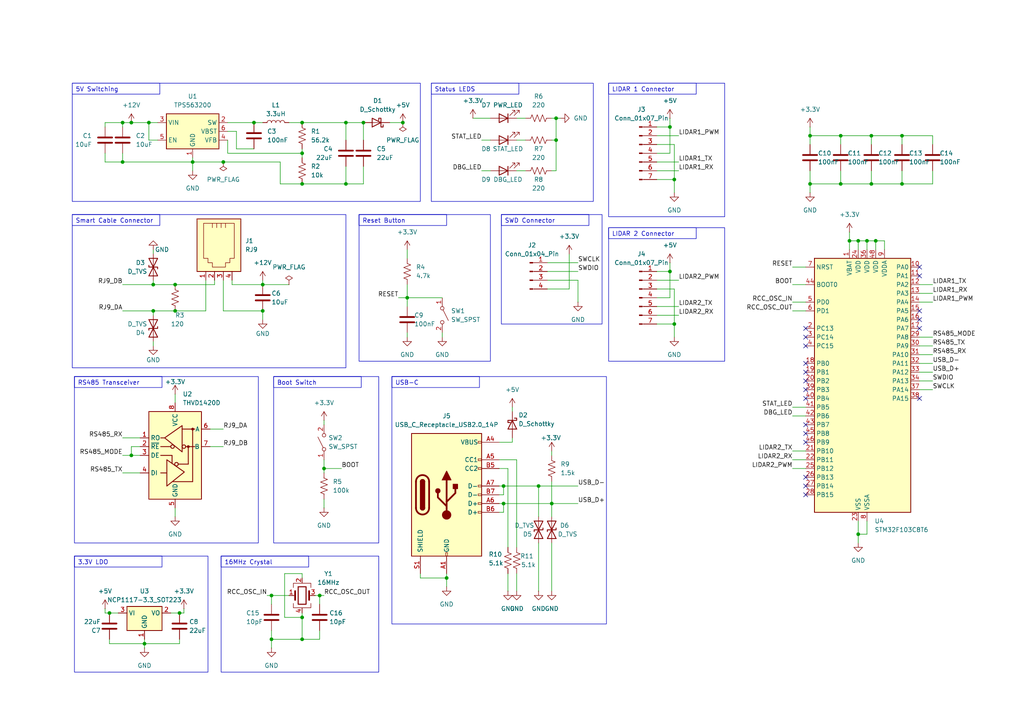
<source format=kicad_sch>
(kicad_sch (version 20231120) (generator "eeschema") (generator_version "8.0")
  (paper "A4")
  (junction (at 100.33 35.56))
  (junction (at 252.73 53.34))
  (junction (at 195.58 52.07))
  (junction (at 129.54 167.64))
  (junction (at 93.98 135.89))
  (junction (at 194.31 78.74))
  (junction (at 246.38 69.85))
  (junction (at 248.92 154.94))
  (junction (at 92.71 172.72))
  (junction (at 146.05 146.05))
  (junction (at 35.56 46.99))
  (junction (at 41.91 186.69))
  (junction (at 73.66 35.56))
  (junction (at 87.63 179.07))
  (junction (at 64.77 46.99))
  (junction (at 50.8 82.55))
  (junction (at 76.2 90.17))
  (junction (at 118.11 86.36))
  (junction (at 87.63 35.56))
  (junction (at 44.45 90.17))
  (junction (at 31.75 177.8))
  (junction (at 87.63 53.34))
  (junction (at 78.74 172.72))
  (junction (at 251.46 69.85))
  (junction (at 248.92 69.85))
  (junction (at 254 69.85))
  (junction (at 146.05 140.97))
  (junction (at 243.84 39.37))
  (junction (at 43.18 35.56))
  (junction (at 261.62 39.37))
  (junction (at 100.33 53.34))
  (junction (at 105.41 35.56))
  (junction (at 38.1 132.08))
  (junction (at 35.56 35.56))
  (junction (at 116.84 35.56))
  (junction (at 38.1 35.56))
  (junction (at 161.29 34.29))
  (junction (at 44.45 82.55))
  (junction (at 50.8 90.17))
  (junction (at 87.63 185.42))
  (junction (at 195.58 93.98))
  (junction (at 161.29 40.64))
  (junction (at 234.95 53.34))
  (junction (at 243.84 53.34))
  (junction (at 160.02 146.05))
  (junction (at 76.2 82.55))
  (junction (at 55.88 46.99))
  (junction (at 234.95 39.37))
  (junction (at 87.63 44.45))
  (junction (at 78.74 185.42))
  (junction (at 194.31 36.83))
  (junction (at 52.07 177.8))
  (junction (at 156.21 140.97))
  (junction (at 252.73 39.37))
  (junction (at 261.62 53.34))
  (no_connect (at 233.68 123.19))
  (no_connect (at 233.68 107.95))
  (no_connect (at 233.68 143.51))
  (no_connect (at 266.7 92.71))
  (no_connect (at 266.7 77.47))
  (no_connect (at 233.68 110.49))
  (no_connect (at 266.7 95.25))
  (no_connect (at 266.7 90.17))
  (no_connect (at 266.7 115.57))
  (no_connect (at 233.68 95.25))
  (no_connect (at 233.68 113.03))
  (no_connect (at 233.68 128.27))
  (no_connect (at 233.68 100.33))
  (no_connect (at 233.68 115.57))
  (no_connect (at 233.68 140.97))
  (no_connect (at 233.68 97.79))
  (no_connect (at 233.68 138.43))
  (no_connect (at 233.68 105.41))
  (no_connect (at 266.7 80.01))
  (no_connect (at 233.68 125.73))
  (wire (pts (xy 270.51 53.34) (xy 270.51 49.53)))
  (wire (pts (xy 87.63 179.07) (xy 87.63 177.8)))
  (wire (pts (xy 248.92 154.94) (xy 248.92 157.48)))
  (wire (pts (xy 243.84 53.34) (xy 252.73 53.34)))
  (wire (pts (xy 100.33 53.34) (xy 87.63 53.34)))
  (wire (pts (xy 160.02 146.05) (xy 167.64 146.05)))
  (wire (pts (xy 99.06 135.89) (xy 93.98 135.89)))
  (wire (pts (xy 234.95 41.91) (xy 234.95 39.37)))
  (wire (pts (xy 44.45 72.39) (xy 44.45 73.66)))
  (wire (pts (xy 167.64 81.28) (xy 158.75 81.28)))
  (wire (pts (xy 252.73 49.53) (xy 252.73 53.34)))
  (wire (pts (xy 92.71 185.42) (xy 87.63 185.42)))
  (wire (pts (xy 146.05 143.51) (xy 146.05 140.97)))
  (wire (pts (xy 248.92 69.85) (xy 248.92 72.39)))
  (wire (pts (xy 229.87 82.55) (xy 233.68 82.55)))
  (wire (pts (xy 41.91 187.96) (xy 41.91 186.69)))
  (wire (pts (xy 266.7 87.63) (xy 270.51 87.63)))
  (wire (pts (xy 261.62 53.34) (xy 270.51 53.34)))
  (wire (pts (xy 43.18 35.56) (xy 45.72 35.56)))
  (wire (pts (xy 160.02 139.7) (xy 160.02 146.05)))
  (wire (pts (xy 234.95 53.34) (xy 243.84 53.34)))
  (wire (pts (xy 100.33 35.56) (xy 100.33 40.64)))
  (wire (pts (xy 139.7 49.53) (xy 142.24 49.53)))
  (wire (pts (xy 87.63 44.45) (xy 87.63 45.72)))
  (wire (pts (xy 190.5 49.53) (xy 196.85 49.53)))
  (wire (pts (xy 30.48 44.45) (xy 30.48 46.99)))
  (wire (pts (xy 251.46 151.13) (xy 251.46 154.94)))
  (wire (pts (xy 148.59 127) (xy 148.59 128.27)))
  (wire (pts (xy 194.31 78.74) (xy 194.31 86.36)))
  (wire (pts (xy 44.45 82.55) (xy 50.8 82.55)))
  (wire (pts (xy 35.56 137.16) (xy 40.64 137.16)))
  (wire (pts (xy 78.74 172.72) (xy 83.82 172.72)))
  (wire (pts (xy 82.55 179.07) (xy 87.63 179.07)))
  (wire (pts (xy 30.48 35.56) (xy 35.56 35.56)))
  (wire (pts (xy 243.84 39.37) (xy 243.84 41.91)))
  (wire (pts (xy 38.1 132.08) (xy 40.64 132.08)))
  (wire (pts (xy 35.56 35.56) (xy 35.56 36.83)))
  (wire (pts (xy 62.23 81.28) (xy 62.23 82.55)))
  (wire (pts (xy 146.05 148.59) (xy 146.05 146.05)))
  (wire (pts (xy 93.98 133.35) (xy 93.98 135.89)))
  (wire (pts (xy 53.34 176.53) (xy 53.34 177.8)))
  (wire (pts (xy 35.56 132.08) (xy 38.1 132.08)))
  (wire (pts (xy 261.62 39.37) (xy 261.62 41.91)))
  (wire (pts (xy 43.18 40.64) (xy 43.18 35.56)))
  (wire (pts (xy 190.5 39.37) (xy 196.85 39.37)))
  (wire (pts (xy 149.86 166.37) (xy 149.86 171.45)))
  (wire (pts (xy 234.95 36.83) (xy 234.95 39.37)))
  (wire (pts (xy 243.84 39.37) (xy 252.73 39.37)))
  (wire (pts (xy 78.74 182.88) (xy 78.74 185.42)))
  (wire (pts (xy 121.92 166.37) (xy 121.92 167.64)))
  (wire (pts (xy 45.72 40.64) (xy 43.18 40.64)))
  (wire (pts (xy 190.5 52.07) (xy 195.58 52.07)))
  (wire (pts (xy 161.29 34.29) (xy 162.56 34.29)))
  (wire (pts (xy 266.7 85.09) (xy 270.51 85.09)))
  (wire (pts (xy 243.84 49.53) (xy 243.84 53.34)))
  (wire (pts (xy 30.48 46.99) (xy 35.56 46.99)))
  (wire (pts (xy 147.32 166.37) (xy 147.32 171.45)))
  (wire (pts (xy 190.5 91.44) (xy 196.85 91.44)))
  (wire (pts (xy 128.27 96.52) (xy 128.27 97.79)))
  (wire (pts (xy 52.07 186.69) (xy 41.91 186.69)))
  (wire (pts (xy 252.73 39.37) (xy 252.73 41.91)))
  (wire (pts (xy 30.48 176.53) (xy 30.48 177.8)))
  (wire (pts (xy 38.1 35.56) (xy 43.18 35.56)))
  (wire (pts (xy 129.54 166.37) (xy 129.54 167.64)))
  (wire (pts (xy 160.02 157.48) (xy 160.02 171.45)))
  (wire (pts (xy 158.75 76.2) (xy 167.64 76.2)))
  (wire (pts (xy 68.58 38.1) (xy 68.58 43.18)))
  (wire (pts (xy 121.92 167.64) (xy 129.54 167.64)))
  (wire (pts (xy 146.05 140.97) (xy 156.21 140.97)))
  (wire (pts (xy 229.87 87.63) (xy 233.68 87.63)))
  (wire (pts (xy 195.58 41.91) (xy 190.5 41.91)))
  (wire (pts (xy 195.58 93.98) (xy 195.58 83.82)))
  (wire (pts (xy 254 69.85) (xy 254 72.39)))
  (wire (pts (xy 147.32 135.89) (xy 147.32 158.75)))
  (wire (pts (xy 68.58 43.18) (xy 73.66 43.18)))
  (wire (pts (xy 229.87 118.11) (xy 233.68 118.11)))
  (wire (pts (xy 100.33 35.56) (xy 105.41 35.56)))
  (wire (pts (xy 161.29 34.29) (xy 161.29 40.64)))
  (wire (pts (xy 44.45 100.33) (xy 44.45 99.06)))
  (wire (pts (xy 266.7 110.49) (xy 270.51 110.49)))
  (wire (pts (xy 146.05 146.05) (xy 160.02 146.05)))
  (wire (pts (xy 44.45 81.28) (xy 44.45 82.55)))
  (wire (pts (xy 118.11 86.36) (xy 128.27 86.36)))
  (wire (pts (xy 248.92 69.85) (xy 246.38 69.85)))
  (wire (pts (xy 92.71 172.72) (xy 92.71 175.26)))
  (wire (pts (xy 35.56 82.55) (xy 44.45 82.55)))
  (wire (pts (xy 35.56 35.56) (xy 38.1 35.56)))
  (wire (pts (xy 76.2 81.28) (xy 76.2 82.55)))
  (wire (pts (xy 156.21 140.97) (xy 156.21 149.86)))
  (wire (pts (xy 105.41 48.26) (xy 105.41 53.34)))
  (wire (pts (xy 251.46 69.85) (xy 251.46 72.39)))
  (wire (pts (xy 161.29 40.64) (xy 161.29 49.53)))
  (wire (pts (xy 167.64 87.63) (xy 167.64 81.28)))
  (wire (pts (xy 195.58 83.82) (xy 190.5 83.82)))
  (wire (pts (xy 246.38 67.31) (xy 246.38 69.85)))
  (wire (pts (xy 251.46 69.85) (xy 248.92 69.85)))
  (wire (pts (xy 144.78 133.35) (xy 149.86 133.35)))
  (wire (pts (xy 93.98 172.72) (xy 92.71 172.72)))
  (wire (pts (xy 118.11 97.79) (xy 118.11 96.52)))
  (wire (pts (xy 195.58 52.07) (xy 195.58 41.91)))
  (wire (pts (xy 251.46 154.94) (xy 248.92 154.94)))
  (wire (pts (xy 254 69.85) (xy 251.46 69.85)))
  (wire (pts (xy 234.95 39.37) (xy 243.84 39.37)))
  (wire (pts (xy 266.7 105.41) (xy 270.51 105.41)))
  (wire (pts (xy 87.63 166.37) (xy 87.63 167.64)))
  (wire (pts (xy 30.48 35.56) (xy 30.48 36.83)))
  (wire (pts (xy 93.98 147.32) (xy 93.98 144.78)))
  (wire (pts (xy 76.2 92.71) (xy 76.2 90.17)))
  (wire (pts (xy 105.41 53.34) (xy 100.33 53.34)))
  (wire (pts (xy 194.31 34.29) (xy 194.31 36.83)))
  (wire (pts (xy 190.5 93.98) (xy 195.58 93.98)))
  (wire (pts (xy 165.1 73.66) (xy 165.1 83.82)))
  (wire (pts (xy 81.28 53.34) (xy 87.63 53.34)))
  (wire (pts (xy 266.7 97.79) (xy 270.51 97.79)))
  (wire (pts (xy 50.8 82.55) (xy 62.23 82.55)))
  (wire (pts (xy 229.87 135.89) (xy 233.68 135.89)))
  (wire (pts (xy 158.75 78.74) (xy 167.64 78.74)))
  (wire (pts (xy 261.62 49.53) (xy 261.62 53.34)))
  (wire (pts (xy 66.04 38.1) (xy 68.58 38.1)))
  (wire (pts (xy 149.86 40.64) (xy 152.4 40.64)))
  (wire (pts (xy 100.33 48.26) (xy 100.33 53.34)))
  (wire (pts (xy 115.57 86.36) (xy 118.11 86.36)))
  (wire (pts (xy 64.77 81.28) (xy 64.77 90.17)))
  (wire (pts (xy 66.04 35.56) (xy 73.66 35.56)))
  (wire (pts (xy 52.07 177.8) (xy 49.53 177.8)))
  (wire (pts (xy 67.31 81.28) (xy 67.31 82.55)))
  (wire (pts (xy 50.8 149.86) (xy 50.8 147.32)))
  (wire (pts (xy 160.02 146.05) (xy 160.02 149.86)))
  (wire (pts (xy 87.63 43.18) (xy 87.63 44.45)))
  (wire (pts (xy 190.5 44.45) (xy 194.31 44.45)))
  (wire (pts (xy 59.69 81.28) (xy 59.69 90.17)))
  (wire (pts (xy 149.86 49.53) (xy 152.4 49.53)))
  (wire (pts (xy 113.03 35.56) (xy 116.84 35.56)))
  (wire (pts (xy 64.77 46.99) (xy 81.28 46.99)))
  (wire (pts (xy 30.48 177.8) (xy 31.75 177.8)))
  (wire (pts (xy 87.63 44.45) (xy 66.04 44.45)))
  (wire (pts (xy 64.77 90.17) (xy 76.2 90.17)))
  (wire (pts (xy 66.04 44.45) (xy 66.04 40.64)))
  (wire (pts (xy 252.73 39.37) (xy 261.62 39.37)))
  (wire (pts (xy 87.63 166.37) (xy 82.55 166.37)))
  (wire (pts (xy 195.58 55.88) (xy 195.58 52.07)))
  (wire (pts (xy 195.58 97.79) (xy 195.58 93.98)))
  (wire (pts (xy 60.96 124.46) (xy 64.77 124.46)))
  (wire (pts (xy 194.31 36.83) (xy 194.31 44.45)))
  (wire (pts (xy 35.56 127) (xy 40.64 127)))
  (wire (pts (xy 81.28 46.99) (xy 81.28 53.34)))
  (wire (pts (xy 31.75 186.69) (xy 41.91 186.69)))
  (wire (pts (xy 118.11 82.55) (xy 118.11 86.36)))
  (wire (pts (xy 160.02 49.53) (xy 161.29 49.53)))
  (wire (pts (xy 50.8 90.17) (xy 59.69 90.17)))
  (wire (pts (xy 93.98 135.89) (xy 93.98 137.16)))
  (wire (pts (xy 78.74 185.42) (xy 78.74 187.96)))
  (wire (pts (xy 83.82 82.55) (xy 76.2 82.55)))
  (wire (pts (xy 194.31 78.74) (xy 190.5 78.74)))
  (wire (pts (xy 194.31 36.83) (xy 190.5 36.83)))
  (wire (pts (xy 60.96 129.54) (xy 64.77 129.54)))
  (wire (pts (xy 93.98 121.92) (xy 93.98 123.19)))
  (wire (pts (xy 91.44 172.72) (xy 92.71 172.72)))
  (wire (pts (xy 83.82 35.56) (xy 87.63 35.56)))
  (wire (pts (xy 35.56 46.99) (xy 55.88 46.99)))
  (wire (pts (xy 149.86 133.35) (xy 149.86 158.75)))
  (wire (pts (xy 229.87 120.65) (xy 233.68 120.65)))
  (wire (pts (xy 165.1 83.82) (xy 158.75 83.82)))
  (wire (pts (xy 31.75 177.8) (xy 34.29 177.8)))
  (wire (pts (xy 82.55 166.37) (xy 82.55 179.07)))
  (wire (pts (xy 144.78 140.97) (xy 146.05 140.97)))
  (wire (pts (xy 77.47 172.72) (xy 78.74 172.72)))
  (wire (pts (xy 35.56 44.45) (xy 35.56 46.99)))
  (wire (pts (xy 44.45 90.17) (xy 50.8 90.17)))
  (wire (pts (xy 105.41 35.56) (xy 105.41 40.64)))
  (wire (pts (xy 229.87 90.17) (xy 233.68 90.17)))
  (wire (pts (xy 266.7 107.95) (xy 270.51 107.95)))
  (wire (pts (xy 156.21 157.48) (xy 156.21 171.45)))
  (wire (pts (xy 229.87 130.81) (xy 233.68 130.81)))
  (wire (pts (xy 35.56 90.17) (xy 44.45 90.17)))
  (wire (pts (xy 229.87 77.47) (xy 233.68 77.47)))
  (wire (pts (xy 118.11 88.9) (xy 118.11 86.36)))
  (wire (pts (xy 261.62 39.37) (xy 270.51 39.37)))
  (wire (pts (xy 252.73 53.34) (xy 261.62 53.34)))
  (wire (pts (xy 137.16 34.29) (xy 142.24 34.29)))
  (wire (pts (xy 234.95 53.34) (xy 234.95 55.88)))
  (wire (pts (xy 78.74 172.72) (xy 78.74 175.26)))
  (wire (pts (xy 76.2 35.56) (xy 73.66 35.56)))
  (wire (pts (xy 160.02 40.64) (xy 161.29 40.64)))
  (wire (pts (xy 129.54 167.64) (xy 129.54 170.18)))
  (wire (pts (xy 148.59 128.27) (xy 144.78 128.27)))
  (wire (pts (xy 270.51 41.91) (xy 270.51 39.37)))
  (wire (pts (xy 67.31 82.55) (xy 76.2 82.55)))
  (wire (pts (xy 248.92 151.13) (xy 248.92 154.94)))
  (wire (pts (xy 229.87 133.35) (xy 233.68 133.35)))
  (wire (pts (xy 50.8 114.3) (xy 50.8 116.84)))
  (wire (pts (xy 266.7 82.55) (xy 270.51 82.55)))
  (wire (pts (xy 160.02 34.29) (xy 161.29 34.29)))
  (wire (pts (xy 55.88 45.72) (xy 55.88 46.99)))
  (wire (pts (xy 144.78 146.05) (xy 146.05 146.05)))
  (wire (pts (xy 266.7 113.03) (xy 270.51 113.03)))
  (wire (pts (xy 144.78 148.59) (xy 146.05 148.59)))
  (wire (pts (xy 190.5 46.99) (xy 196.85 46.99)))
  (wire (pts (xy 139.7 40.64) (xy 142.24 40.64)))
  (wire (pts (xy 144.78 143.51) (xy 146.05 143.51)))
  (wire (pts (xy 52.07 185.42) (xy 52.07 186.69)))
  (wire (pts (xy 148.59 118.11) (xy 148.59 119.38)))
  (wire (pts (xy 55.88 46.99) (xy 64.77 46.99)))
  (wire (pts (xy 55.88 49.53) (xy 55.88 46.99)))
  (wire (pts (xy 87.63 179.07) (xy 87.63 185.42)))
  (wire (pts (xy 256.54 69.85) (xy 254 69.85)))
  (wire (pts (xy 160.02 130.81) (xy 160.02 132.08)))
  (wire (pts (xy 246.38 69.85) (xy 246.38 72.39)))
  (wire (pts (xy 190.5 81.28) (xy 196.85 81.28)))
  (wire (pts (xy 41.91 186.69) (xy 41.91 185.42)))
  (wire (pts (xy 194.31 76.2) (xy 194.31 78.74)))
  (wire (pts (xy 87.63 185.42) (xy 78.74 185.42)))
  (wire (pts (xy 31.75 185.42) (xy 31.75 186.69)))
  (wire (pts (xy 234.95 49.53) (xy 234.95 53.34)))
  (wire (pts (xy 118.11 74.93) (xy 118.11 72.39)))
  (wire (pts (xy 38.1 129.54) (xy 38.1 132.08)))
  (wire (pts (xy 44.45 91.44) (xy 44.45 90.17)))
  (wire (pts (xy 266.7 102.87) (xy 270.51 102.87)))
  (wire (pts (xy 190.5 86.36) (xy 194.31 86.36)))
  (wire (pts (xy 144.78 135.89) (xy 147.32 135.89)))
  (wire (pts (xy 40.64 129.54) (xy 38.1 129.54)))
  (wire (pts (xy 190.5 88.9) (xy 196.85 88.9)))
  (wire (pts (xy 266.7 100.33) (xy 270.51 100.33)))
  (wire (pts (xy 149.86 34.29) (xy 152.4 34.29)))
  (wire (pts (xy 256.54 72.39) (xy 256.54 69.85)))
  (wire (pts (xy 87.63 35.56) (xy 100.33 35.56)))
  (wire (pts (xy 92.71 182.88) (xy 92.71 185.42)))
  (wire (pts (xy 156.21 140.97) (xy 167.64 140.97)))
  (wire (pts (xy 53.34 177.8) (xy 52.07 177.8)))
  (rectangle (start 104.14 62.23) (end 142.24 104.775))
  (rectangle (start 20.955 24.13) (end 121.92 58.42))
  (rectangle (start 176.53 24.13) (end 210.185 62.865))
  (rectangle (start 176.53 66.04) (end 210.185 104.775))
  (rectangle (start 64.135 161.29) (end 109.855 194.945))
  (rectangle (start 125.095 24.13) (end 172.085 58.42))
  (rectangle (start 20.955 62.23) (end 100.33 106.68))
  (rectangle (start 79.375 109.22) (end 109.855 157.48))
  (rectangle (start 145.415 62.23) (end 174.625 93.98))
  (rectangle (start 21.59 109.22) (end 74.93 157.48))
  (rectangle (start 21.59 161.29) (end 60.325 194.945))
  (rectangle (start 113.665 109.22) (end 175.895 180.975))
  (text_box "16MHz Crystal" (at 64.135 161.29 0) (size 25.4 3.175) (effects (font (size 1.27 1.27)) (justify left top)))
  (text_box "5V Switching" (at 20.955 24.13 0) (size 25.4 3.175) (effects (font (size 1.27 1.27)) (justify left top)))
  (text_box "RS485 Transceiver" (at 21.59 109.22 0) (size 25.4 3.175) (effects (font (size 1.27 1.27)) (justify left top)))
  (text_box "Boot Switch" (at 79.375 109.22 0) (size 25.4 3.175) (effects (font (size 1.27 1.27)) (justify left top)))
  (text_box "USB-C\n" (at 113.665 109.22 0) (size 25.4 3.175) (effects (font (size 1.27 1.27)) (justify left top)))
  (text_box "LIDAR 1 Connector" (at 176.53 24.13 0) (size 25.4 3.175) (effects (font (size 1.27 1.27)) (justify left top)))
  (text_box "SWD Connector\n" (at 145.415 62.23 0) (size 25.4 3.175) (effects (font (size 1.27 1.27)) (justify left top)))
  (text_box "Reset Button\n" (at 104.14 62.23 0) (size 25.4 3.175) (effects (font (size 1.27 1.27)) (justify left top)))
  (text_box "3.3V LDO" (at 21.59 161.29 0) (size 25.4 3.175) (effects (font (size 1.27 1.27)) (justify left top)))
  (text_box "Smart Cable Connector" (at 20.955 62.23 0) (size 25.4 3.175) (effects (font (size 1.27 1.27)) (justify left top)))
  (text_box "LIDAR 2 Connector" (at 176.53 66.04 0) (size 25.4 3.175) (effects (font (size 1.27 1.27)) (justify left top)))
  (text_box "Status LEDS" (at 125.095 24.13 0) (size 25.4 3.175) (effects (font (size 1.27 1.27)) (justify left top)))
  (label "RS485_RX" (at 35.56 127 180))
  (label "LIDAR2_PWM" (at 196.85 81.28 0))
  (label "RESET" (at 115.57 86.36 180))
  (label "RCC_OSC_IN" (at 77.47 172.72 180))
  (label "LIDAR2_RX" (at 196.85 91.44 0))
  (label "USB_D+" (at 167.64 146.05 0))
  (label "USB_D-" (at 270.51 105.41 0))
  (label "LIDAR1_RX" (at 270.51 85.09 0))
  (label "DBG_LED" (at 229.87 120.65 180))
  (label "RJ9_DA" (at 35.56 90.17 180))
  (label "LIDAR1_TX" (at 270.51 82.55 0))
  (label "BOOT" (at 229.87 82.55 180))
  (label "RS485_TX" (at 270.51 100.33 0))
  (label "RJ9_DA" (at 64.77 124.46 0))
  (label "SWDIO" (at 270.51 110.49 0))
  (label "DBG_LED" (at 139.7 49.53 180))
  (label "RS485_MODE" (at 35.56 132.08 180))
  (label "RJ9_DB" (at 64.77 129.54 0))
  (label "STAT_LED" (at 229.87 118.11 180))
  (label "RS485_RX" (at 270.51 102.87 0))
  (label "LIDAR2_PWM" (at 229.87 135.89 180))
  (label "LIDAR2_TX" (at 196.85 88.9 0))
  (label "RCC_OSC_IN" (at 229.87 87.63 180))
  (label "RJ9_DB" (at 35.56 82.55 180))
  (label "RCC_OSC_OUT" (at 229.87 90.17 180))
  (label "BOOT" (at 99.06 135.89 0))
  (label "SWDIO" (at 167.64 78.74 0))
  (label "LIDAR1_PWM" (at 270.51 87.63 0))
  (label "LIDAR2_RX" (at 229.87 133.35 180))
  (label "STAT_LED" (at 139.7 40.64 180))
  (label "RS485_MODE" (at 270.51 97.79 0))
  (label "USB_D+" (at 270.51 107.95 0))
  (label "LIDAR1_TX" (at 196.85 46.99 0))
  (label "SWCLK" (at 167.64 76.2 0))
  (label "RESET" (at 229.87 77.47 180))
  (label "LIDAR2_TX" (at 229.87 130.81 180))
  (label "SWCLK" (at 270.51 113.03 0))
  (label "LIDAR1_RX" (at 196.85 49.53 0))
  (label "USB_D-" (at 167.64 140.97 0))
  (label "LIDAR1_PWM" (at 196.85 39.37 0))
  (label "RCC_OSC_OUT" (at 93.98 172.72 0))
  (label "RS485_TX" (at 35.56 137.16 180))
  (symbol (lib_id "Device:C") (at 234.95 45.72 0) (unit 1)
    (property "Reference" "C10" (at 237.236 44.45 0) (effects (justify left)))
    (property "Value" "100nF" (at 237.236 46.99 0) (effects (justify left)))
    (property "Footprint" "Capacitor_SMD:C_0805_2012Metric_Pad1.18x1.45mm_HandSolder" (effects (hide yes)))
    (property "Description" "Unpolarized capacitor" (effects (hide yes)))
  )
  (symbol (lib_id "power:GND") (at 162.56 34.29 90) (unit 1)
    (property "Reference" "#PWR027" (effects (hide yes)))
    (property "Value" "GND" (at 166.37 34.2899 90) (effects (justify right)))
  )
  (symbol (lib_id "power:+5V") (at 30.48 176.53 0) (unit 1)
    (property "Reference" "#PWR01" (effects (hide yes)))
    (property "Value" "+5V" (at 30.48 171.45 0))
    (property "Description" "Power symbol creates a global label with name \"+5V\"" (effects (hide yes)))
  )
  (symbol (lib_id "power:GND") (at 156.21 171.45 0) (unit 1)
    (property "Reference" "#PWR024" (effects (hide yes)))
    (property "Value" "GND" (at 156.21 176.53 0))
    (property "Description" "Power symbol creates a global label with name \"GND\" , ground" (effects (hide yes)))
  )
  (symbol (lib_id "Device:C") (at 78.74 179.07 0) (unit 1)
    (property "Reference" "C15" (at 71.374 177.8 0) (effects (justify left)))
    (property "Value" "10pF" (at 71.374 180.34 0) (effects (justify left)))
    (property "Footprint" "Capacitor_SMD:C_0805_2012Metric_Pad1.18x1.45mm_HandSolder" (effects (hide yes)))
    (property "Description" "Unpolarized capacitor" (effects (hide yes)))
  )
  (symbol (lib_id "Device:R_US") (at 149.86 162.56 0) (unit 1)
    (property "Reference" "R11" (at 150.876 161.29 0) (effects (justify left)))
    (property "Value" "5.1k" (at 151.13 163.83 0) (effects (justify left)))
    (property "Footprint" "Resistor_SMD:R_0805_2012Metric_Pad1.20x1.40mm_HandSolder" (effects (hide yes)))
    (property "Description" "Resistor, US symbol" (effects (hide yes)))
  )
  (symbol (lib_id "power:+5V") (at 116.84 35.56 0) (unit 1)
    (property "Reference" "#PWR015" (effects (hide yes)))
    (property "Value" "+5V" (at 116.84 30.48 0))
    (property "Description" "Power symbol creates a global label with name \"+5V\"" (effects (hide yes)))
  )
  (symbol (lib_id "Device:C") (at 252.73 45.72 0) (unit 1)
    (property "Reference" "C12" (at 254.762 44.45 0) (effects (justify left)))
    (property "Value" "100nF" (at 254.762 46.99 0) (effects (justify left)))
    (property "Footprint" "Capacitor_SMD:C_0805_2012Metric_Pad1.18x1.45mm_HandSolder" (effects (hide yes)))
    (property "Description" "Unpolarized capacitor" (effects (hide yes)))
  )
  (symbol (lib_id "power:GND") (at 118.11 97.79 0) (unit 1)
    (property "Reference" "#PWR017" (effects (hide yes)))
    (property "Value" "GND" (at 118.11 102.87 0))
    (property "Description" "Power symbol creates a global label with name \"GND\" , ground" (effects (hide yes)))
  )
  (symbol (lib_name "+3.3V_1") (lib_id "power:+3.3V") (at 53.34 176.53 0) (unit 1)
    (property "Reference" "#PWR08" (effects (hide yes)))
    (property "Value" "+3.3V" (at 53.34 171.45 0))
    (property "Description" "Power symbol creates a global label with name \"+3.3V\"" (effects (hide yes)))
  )
  (symbol (lib_id "Device:D_Schottky") (at 148.59 123.19 270) (unit 1)
    (property "Reference" "D2" (at 150.368 120.396 90) (effects (justify left)))
    (property "Value" "D_Schottky" (at 150.368 122.936 90) (effects (justify left)))
    (property "Footprint" "Diode_SMD:D_0805_2012Metric_Pad1.15x1.40mm_HandSolder" (effects (hide yes)))
  )
  (symbol (lib_name "+3.3V_1") (lib_id "power:+3.3V") (at 93.98 121.92 0) (unit 1)
    (property "Reference" "#PWR013" (effects (hide yes)))
    (property "Value" "+3.3V" (at 93.98 116.84 0))
    (property "Description" "Power symbol creates a global label with name \"+3.3V\"" (effects (hide yes)))
  )
  (symbol (lib_id "power:+5V") (at 194.31 34.29 0) (unit 1)
    (property "Reference" "#PWR030" (effects (hide yes)))
    (property "Value" "+5V" (at 194.31 29.21 0))
    (property "Description" "Power symbol creates a global label with name \"+5V\"" (effects (hide yes)))
  )
  (symbol (lib_id "Connector:Conn_01x04_Pin") (at 153.67 78.74 0) (unit 1)
    (property "Reference" "J2" (at 154.305 71.12 0))
    (property "Value" "Conn_01x04_Pin" (at 154.305 73.66 0))
    (property "Footprint" "Connector_PinSocket_2.54mm:PinSocket_1x04_P2.54mm_Vertical" (effects (hide yes)))
    (property "Description" "Generic connector, single row, 01x04, script generated" (effects (hide yes)))
  )
  (symbol (lib_id "power:GND") (at 55.88 49.53 0) (unit 1)
    (property "Reference" "#PWR09" (effects (hide yes)))
    (property "Value" "GND" (at 55.88 54.61 0))
    (property "Description" "Power symbol creates a global label with name \"GND\" , ground" (effects (hide yes)))
  )
  (symbol (lib_id "Device:R_US") (at 118.11 78.74 0) (unit 1)
    (property "Reference" "R4" (at 120.65 77.4699 0) (effects (justify left)))
    (property "Value" "4.7k" (at 120.65 80.0099 0) (effects (justify left)))
    (property "Footprint" "Resistor_SMD:R_0805_2012Metric_Pad1.20x1.40mm_HandSolder" (effects (hide yes)))
    (property "Description" "Resistor, US symbol" (effects (hide yes)))
  )
  (symbol (lib_id "Device:C") (at 35.56 40.64 0) (unit 1)
    (property "Reference" "C2" (at 39.37 39.3699 0) (effects (justify left)))
    (property "Value" "10uF" (at 39.37 41.9099 0) (effects (justify left)))
    (property "Footprint" "Capacitor_SMD:C_0805_2012Metric_Pad1.18x1.45mm_HandSolder" (effects (hide yes)))
    (property "Description" "Unpolarized capacitor" (effects (hide yes)))
  )
  (symbol (lib_id "power:GND") (at 44.45 100.33 0) (unit 1)
    (property "Reference" "#PWR05" (effects (hide yes)))
    (property "Value" "GND" (at 44.45 104.394 0))
  )
  (symbol (lib_id "Device:R_US") (at 50.8 86.36 0) (unit 1)
    (property "Reference" "R3" (at 50.8 91.44 0) (effects (justify left)))
    (property "Value" "120" (at 49.53 93.98 0) (effects (justify left)))
    (property "Footprint" "Resistor_SMD:R_0805_2012Metric_Pad1.20x1.40mm_HandSolder" (effects (hide yes)))
  )
  (symbol (lib_id "Device:C") (at 73.66 39.37 0) (unit 1)
    (property "Reference" "C3" (at 77.47 38.0999 0) (effects (justify left)))
    (property "Value" "100nF" (at 77.47 40.6399 0) (effects (justify left)))
    (property "Footprint" "Capacitor_SMD:C_0805_2012Metric_Pad1.18x1.45mm_HandSolder" (effects (hide yes)))
    (property "Description" "Unpolarized capacitor" (effects (hide yes)))
  )
  (symbol (lib_id "Connector:Conn_01x07_Pin") (at 185.42 44.45 0) (unit 1)
    (property "Reference" "J3" (at 186.055 31.75 0))
    (property "Value" "Conn_01x07_Pin" (at 186.055 34.29 0))
    (property "Footprint" "Connector_Molex:Molex_PicoBlade_53261-0771_1x07-1MP_P1.25mm_Horizontal" (effects (hide yes)))
    (property "Description" "Generic connector, single row, 01x07, script generated" (effects (hide yes)))
  )
  (symbol (lib_id "power:GND") (at 129.54 170.18 0) (unit 1)
    (property "Reference" "#PWR019" (effects (hide yes)))
    (property "Value" "GND" (at 129.54 175.26 0))
    (property "Description" "Power symbol creates a global label with name \"GND\" , ground" (effects (hide yes)))
  )
  (symbol (lib_id "power:GND") (at 93.98 147.32 0) (unit 1)
    (property "Reference" "#PWR014" (effects (hide yes)))
    (property "Value" "GND" (at 93.98 152.4 0))
    (property "Description" "Power symbol creates a global label with name \"GND\" , ground" (effects (hide yes)))
  )
  (symbol (lib_id "power:+5V") (at 148.59 118.11 0) (unit 1)
    (property "Reference" "#PWR022" (effects (hide yes)))
    (property "Value" "+5V" (at 148.59 113.03 0))
    (property "Description" "Power symbol creates a global label with name \"+5V\"" (effects (hide yes)))
  )
  (symbol (lib_id "power:GND") (at 41.91 187.96 0) (unit 1)
    (property "Reference" "#PWR03" (effects (hide yes)))
    (property "Value" "GND" (at 41.91 193.04 0))
    (property "Description" "Power symbol creates a global label with name \"GND\" , ground" (effects (hide yes)))
  )
  (symbol (lib_name "+3.3V_1") (lib_id "power:+3.3V") (at 137.16 34.29 0) (unit 1)
    (property "Reference" "#PWR020" (effects (hide yes)))
    (property "Value" "+3.3V" (at 137.16 29.21 0))
    (property "Description" "Power symbol creates a global label with name \"+3.3V\"" (effects (hide yes)))
  )
  (symbol (lib_id "power:+12V") (at 76.2 81.28 0) (unit 1)
    (property "Reference" "#PWR010" (effects (hide yes)))
    (property "Value" "+12V" (at 76.2 76.2 0))
    (property "Description" "Power symbol creates a global label with name \"+12V\"" (effects (hide yes)))
  )
  (symbol (lib_id "Device:C") (at 76.2 86.36 0) (unit 1)
    (property "Reference" "C6" (at 78.74 85.09 0) (effects (justify left)))
    (property "Value" "10uF" (at 78.74 87.63 0) (effects (justify left)))
    (property "Footprint" "Capacitor_SMD:C_0805_2012Metric_Pad1.18x1.45mm_HandSolder" (effects (hide yes)))
  )
  (symbol (lib_id "power:GND") (at 167.64 87.63 0) (unit 1)
    (property "Reference" "#PWR029" (effects (hide yes)))
    (property "Value" "GND" (at 167.64 92.71 0))
    (property "Description" "Power symbol creates a global label with name \"GND\" , ground" (effects (hide yes)))
  )
  (symbol (lib_id "power:PWR_FLAG") (at 64.77 46.99 180) (unit 1)
    (property "Reference" "#FLG01" (effects (hide yes)))
    (property "Value" "PWR_FLAG" (at 64.77 52.07 0))
    (property "Description" "Special symbol for telling ERC where power comes from" (effects (hide yes)))
  )
  (symbol (lib_id "power:PWR_FLAG") (at 116.84 35.56 180) (unit 1)
    (property "Reference" "#FLG03" (effects (hide yes)))
    (property "Value" "PWR_FLAG" (at 116.84 40.64 0))
    (property "Description" "Special symbol for telling ERC where power comes from" (effects (hide yes)))
  )
  (symbol (lib_id "power:+12V") (at 38.1 35.56 0) (unit 1)
    (property "Reference" "#PWR02" (effects (hide yes)))
    (property "Value" "+12V" (at 38.1 30.48 0))
    (property "Description" "Power symbol creates a global label with name \"+12V\"" (effects (hide yes)))
  )
  (symbol (lib_id "power:PWR_FLAG") (at 83.82 82.55 0) (unit 1)
    (property "Reference" "#FLG02" (effects (hide yes)))
    (property "Value" "PWR_FLAG" (at 83.82 77.47 0))
    (property "Description" "Special symbol for telling ERC where power comes from" (effects (hide yes)))
  )
  (symbol (lib_id "Device:R_US") (at 160.02 135.89 0) (unit 1)
    (property "Reference" "R9" (at 162.56 134.6199 0) (effects (justify left)))
    (property "Value" "1.5k" (at 162.56 137.1599 0) (effects (justify left)))
    (property "Footprint" "Resistor_SMD:R_0805_2012Metric_Pad1.20x1.40mm_HandSolder" (effects (hide yes)))
    (property "Description" "Resistor, US symbol" (effects (hide yes)))
  )
  (symbol (lib_name "+3.3V_1") (lib_id "power:+3.3V") (at 160.02 130.81 0) (unit 1)
    (property "Reference" "#PWR025" (effects (hide yes)))
    (property "Value" "+3.3V" (at 159.766 127 0))
    (property "Description" "Power symbol creates a global label with name \"+3.3V\"" (effects (hide yes)))
  )
  (symbol (lib_id "Device:C") (at 52.07 181.61 0) (unit 1)
    (property "Reference" "C8" (at 54.864 180.34 0) (effects (justify left)))
    (property "Value" "22uF" (at 54.864 182.88 0) (effects (justify left)))
    (property "Footprint" "Capacitor_SMD:C_0805_2012Metric_Pad1.18x1.45mm_HandSolder" (effects (hide yes)))
    (property "Description" "Unpolarized capacitor" (effects (hide yes)))
  )
  (symbol (lib_id "Device:Crystal_GND24") (at 87.63 172.72 0) (unit 1)
    (property "Reference" "Y1" (at 95.25 166.4014 0))
    (property "Value" "16MHz" (at 95.25 168.9414 0))
    (property "Footprint" "Crystal:Crystal_SMD_3225-4Pin_3.2x2.5mm_HandSoldering" (effects (hide yes)))
    (property "Description" "Four pin crystal, GND on pins 2 and 4" (effects (hide yes)))
  )
  (symbol (lib_id "Device:C") (at 92.71 179.07 0) (unit 1)
    (property "Reference" "C16" (at 95.504 177.8 0) (effects (justify left)))
    (property "Value" "10pF" (at 95.504 180.34 0) (effects (justify left)))
    (property "Footprint" "Capacitor_SMD:C_0805_2012Metric_Pad1.18x1.45mm_HandSolder" (effects (hide yes)))
    (property "Description" "Unpolarized capacitor" (effects (hide yes)))
  )
  (symbol (lib_id "Device:C") (at 30.48 40.64 0) (mirror y) (unit 1)
    (property "Reference" "C1" (at 26.67 39.3699 0) (effects (justify left)))
    (property "Value" "10uF" (at 26.67 41.9099 0) (effects (justify left)))
    (property "Footprint" "Capacitor_SMD:C_0805_2012Metric_Pad1.18x1.45mm_HandSolder" (effects (hide yes)))
    (property "Description" "Unpolarized capacitor" (effects (hide yes)))
  )
  (symbol (lib_id "power:GND") (at 160.02 171.45 0) (unit 1)
    (property "Reference" "#PWR026" (effects (hide yes)))
    (property "Value" "GND" (at 160.02 176.53 0))
    (property "Description" "Power symbol creates a global label with name \"GND\" , ground" (effects (hide yes)))
  )
  (symbol (lib_id "Device:LED") (at 146.05 49.53 180) (unit 1)
    (property "Reference" "D9" (at 140.97 52.07 0))
    (property "Value" "DBG_LED" (at 147.32 52.07 0))
    (property "Footprint" "LED_SMD:LED_0805_2012Metric_Pad1.15x1.40mm_HandSolder" (effects (hide yes)))
  )
  (symbol (lib_id "power:GND") (at 147.32 171.45 0) (unit 1)
    (property "Reference" "#PWR021" (effects (hide yes)))
    (property "Value" "GND" (at 147.32 176.53 0))
    (property "Description" "Power symbol creates a global label with name \"GND\" , ground" (effects (hide yes)))
  )
  (symbol (lib_id "Device:LED") (at 146.05 34.29 180) (unit 1)
    (property "Reference" "D7" (at 140.97 30.48 0))
    (property "Value" "PWR_LED" (at 147.32 30.48 0))
    (property "Footprint" "LED_SMD:LED_0805_2012Metric_Pad1.15x1.40mm_HandSolder" (effects (hide yes)))
  )
  (symbol (lib_id "Interface_UART:THVD1420D") (at 50.8 132.08 0) (unit 1)
    (property "Reference" "U2" (at 52.9941 114.3 0) (effects (justify left)))
    (property "Value" "THVD1420D" (at 52.9941 116.84 0) (effects (justify left)))
    (property "Footprint" "Package_SO:SOIC-8_3.9x4.9mm_P1.27mm" (effects (hide yes)))
    (property "Datasheet" "https://www.ti.com/lit/ds/symlink/thvd1420.pdf" (effects (hide yes)))
    (property "Description" "Half duplex RS-485/RS-422, 12 Mbps, 3V - 5.5V supply, ±12kV electro-static discharge (ESD) protection, with receiver/driver enable, 32 receiver drive capacity, SOIC-8" (effects (hide yes)))
  )
  (symbol (lib_id "power:+5V") (at 194.31 76.2 0) (unit 1)
    (property "Reference" "#PWR031" (effects (hide yes)))
    (property "Value" "+5V" (at 194.31 71.12 0))
    (property "Description" "Power symbol creates a global label with name \"+5V\"" (effects (hide yes)))
  )
  (symbol (lib_id "Device:D_TVS") (at 156.21 153.67 90) (mirror x) (unit 1)
    (property "Reference" "D5" (at 151.638 154.94 90) (effects (justify right)))
    (property "Value" "D_TVS" (at 149.2436 152.4 90) (effects (justify right)))
    (property "Footprint" "Diode_SMD:D_1206_3216Metric_Pad1.42x1.75mm_HandSolder" (effects (hide yes)))
  )
  (symbol (lib_id "Device:D_TVS") (at 44.45 77.47 90) (unit 1)
    (property "Reference" "D3" (at 39.37 76.2 90) (effects (justify right)))
    (property "Value" "D_TVS" (at 36.9756 78.74 90) (effects (justify right)))
    (property "Footprint" "Diode_SMD:D_1206_3216Metric_Pad1.42x1.75mm_HandSolder" (effects (hide yes)))
  )
  (symbol (lib_id "Connector:RJ9") (at 62.23 71.12 270) (unit 1)
    (property "Reference" "J1" (at 71.12 69.8499 90) (effects (justify left)))
    (property "Value" "RJ9" (at 71.12 72.3899 90) (effects (justify left)))
    (property "Footprint" "Connector_RJ:RJ9_Evercom_5301-440xxx_Horizontal" (effects (hide yes)))
    (property "Description" "RJ connector, 4P4C (4 positions 4 connected)" (effects (hide yes)))
  )
  (symbol (lib_id "Device:C") (at 105.41 44.45 0) (unit 1)
    (property "Reference" "C5" (at 109.22 43.1799 0) (effects (justify left)))
    (property "Value" "22uF" (at 109.22 45.7199 0) (effects (justify left)))
    (property "Footprint" "Capacitor_SMD:C_0805_2012Metric_Pad1.18x1.45mm_HandSolder" (effects (hide yes)))
    (property "Description" "Unpolarized capacitor" (effects (hide yes)))
  )
  (symbol (lib_name "+3.3V_1") (lib_id "power:+3.3V") (at 246.38 67.31 0) (unit 1)
    (property "Reference" "#PWR036" (effects (hide yes)))
    (property "Value" "+3.3V" (at 246.38 62.23 0))
    (property "Description" "Power symbol creates a global label with name \"+3.3V\"" (effects (hide yes)))
  )
  (symbol (lib_id "Switch:SW_SPST") (at 128.27 91.44 270) (unit 1)
    (property "Reference" "SW1" (at 130.81 90.1699 90) (effects (justify left)))
    (property "Value" "SW_SPST" (at 130.81 92.7099 90) (effects (justify left)))
    (property "Footprint" "Button_Switch_SMD:SW_Tactile_SPST_NO_Straight_CK_PTS636Sx25SMTRLFS" (effects (hide yes)))
    (property "Description" "Single Pole Single Throw (SPST) switch" (effects (hide yes)))
  )
  (symbol (lib_id "power:GND") (at 50.8 149.86 0) (unit 1)
    (property "Reference" "#PWR07" (effects (hide yes)))
    (property "Value" "GND" (at 50.8 154.94 0))
  )
  (symbol (lib_id "Device:R_US") (at 87.63 39.37 0) (unit 1)
    (property "Reference" "R1" (at 90.17 38.0999 0) (effects (justify left)))
    (property "Value" "56.2k" (at 90.17 40.6399 0) (effects (justify left)))
    (property "Footprint" "Resistor_SMD:R_0805_2012Metric_Pad1.20x1.40mm_HandSolder" (effects (hide yes)))
    (property "Description" "Resistor, US symbol" (effects (hide yes)))
  )
  (symbol (lib_id "Device:L") (at 80.01 35.56 90) (unit 1)
    (property "Reference" "L1" (at 80.01 30.48 90))
    (property "Value" "3.3uH" (at 80.01 33.02 90))
    (property "Footprint" "Inductor_SMD:L_Abracon_ASPI-0425" (effects (hide yes)))
    (property "Description" "Inductor" (effects (hide yes)))
  )
  (symbol (lib_id "Device:C") (at 261.62 45.72 0) (unit 1)
    (property "Reference" "C13" (at 263.652 44.45 0) (effects (justify left)))
    (property "Value" "100nF" (at 263.652 46.99 0) (effects (justify left)))
    (property "Footprint" "Capacitor_SMD:C_0805_2012Metric_Pad1.18x1.45mm_HandSolder" (effects (hide yes)))
    (property "Description" "Unpolarized capacitor" (effects (hide yes)))
  )
  (symbol (lib_name "+3.3V_1") (lib_id "power:+3.3V") (at 165.1 73.66 0) (unit 1)
    (property "Reference" "#PWR028" (effects (hide yes)))
    (property "Value" "+3.3V" (at 165.1 68.58 0))
    (property "Description" "Power symbol creates a global label with name \"+3.3V\"" (effects (hide yes)))
  )
  (symbol (lib_id "power:GND") (at 44.45 72.39 180) (unit 1)
    (property "Reference" "#PWR04" (effects (hide yes)))
    (property "Value" "GND" (at 46.99 72.39 0))
  )
  (symbol (lib_name "+3.3V_1") (lib_id "power:+3.3V") (at 50.8 114.3 0) (unit 1)
    (property "Reference" "#PWR06" (effects (hide yes)))
    (property "Value" "+3.3V" (at 50.8 110.744 0))
    (property "Description" "Power symbol creates a global label with name \"+3.3V\"" (effects (hide yes)))
  )
  (symbol (lib_id "Device:C") (at 100.33 44.45 0) (mirror y) (unit 1)
    (property "Reference" "C4" (at 96.52 43.1799 0) (effects (justify left)))
    (property "Value" "22uF" (at 96.52 45.7199 0) (effects (justify left)))
    (property "Footprint" "Capacitor_SMD:C_0805_2012Metric_Pad1.18x1.45mm_HandSolder" (effects (hide yes)))
    (property "Description" "Unpolarized capacitor" (effects (hide yes)))
  )
  (symbol (lib_name "NCP1117-3.3_SOT223_1") (lib_id "Regulator_Linear:NCP1117-3.3_SOT223") (at 41.91 177.8 0) (unit 1)
    (property "Reference" "U3" (at 41.91 171.45 0))
    (property "Value" "NCP1117-3.3_SOT223" (at 41.91 173.99 0))
    (property "Footprint" "Package_TO_SOT_SMD:SOT-223-3_TabPin2" (effects (hide yes)))
    (property "Datasheet" "http://www.onsemi.com/pub_link/Collateral/NCP1117-D.PDF" (effects (hide yes)))
    (property "Description" "1A Low drop-out regulator, Fixed Output 3.3V, SOT-223" (effects (hide yes)))
  )
  (symbol (lib_id "Device:LED") (at 146.05 40.64 180) (unit 1)
    (property "Reference" "D8" (at 140.97 43.18 0))
    (property "Value" "STAT_LED" (at 147.32 43.18 0))
    (property "Footprint" "LED_SMD:LED_0805_2012Metric_Pad1.15x1.40mm_HandSolder" (effects (hide yes)))
  )
  (symbol (lib_id "Switch:SW_SPST") (at 93.98 128.27 90) (unit 1)
    (property "Reference" "SW2" (at 95.25 126.9999 90) (effects (justify right)))
    (property "Value" "SW_SPST" (at 95.25 129.5399 90) (effects (justify right)))
    (property "Footprint" "Button_Switch_SMD:SW_Tactile_SPST_NO_Straight_CK_PTS636Sx25SMTRLFS" (effects (hide yes)))
    (property "Description" "Single Pole Single Throw (SPST) switch" (effects (hide yes)))
  )
  (symbol (lib_id "Device:R_US") (at 156.21 40.64 90) (unit 1)
    (property "Reference" "R7" (at 156.21 43.18 90))
    (property "Value" "220" (at 156.21 45.72 90))
    (property "Footprint" "Resistor_SMD:R_0805_2012Metric_Pad1.20x1.40mm_HandSolder" (effects (hide yes)))
  )
  (symbol (lib_id "power:GND") (at 248.92 157.48 0) (unit 1)
    (property "Reference" "#PWR037" (effects (hide yes)))
    (property "Value" "GND" (at 248.92 162.56 0))
    (property "Description" "Power symbol creates a global label with name \"GND\" , ground" (effects (hide yes)))
  )
  (symbol (lib_name "+3.3V_1") (lib_id "power:+3.3V") (at 234.95 36.83 0) (unit 1)
    (property "Reference" "#PWR034" (effects (hide yes)))
    (property "Value" "+3.3V" (at 234.95 31.75 0))
    (property "Description" "Power symbol creates a global label with name \"+3.3V\"" (effects (hide yes)))
  )
  (symbol (lib_id "Device:C") (at 31.75 181.61 180) (unit 1)
    (property "Reference" "C7" (at 29.21 182.88 0) (effects (justify left)))
    (property "Value" "22uF" (at 29.21 180.34 0) (effects (justify left)))
    (property "Footprint" "Capacitor_SMD:C_0805_2012Metric_Pad1.18x1.45mm_HandSolder" (effects (hide yes)))
    (property "Description" "Unpolarized capacitor" (effects (hide yes)))
  )
  (symbol (lib_id "Connector:USB_C_Receptacle_USB2.0_14P") (at 129.54 143.51 0) (unit 1)
    (property "Reference" "J5" (at 129.54 120.65 0))
    (property "Value" "USB_C_Receptacle_USB2.0_14P" (at 129.54 123.19 0))
    (property "Footprint" "Connector_USB:USB_C_Receptacle_GCT_USB4105-xx-A_16P_TopMnt_Horizontal" (effects (hide yes)))
    (property "Datasheet" "https://www.usb.org/sites/default/files/documents/usb_type-c.zip" (effects (hide yes)))
    (property "Description" "USB 2.0-only 14P Type-C Receptacle connector" (effects (hide yes)))
  )
  (symbol (lib_id "Device:C") (at 118.11 92.71 0) (unit 1)
    (property "Reference" "C9" (at 120.142 91.44 0) (effects (justify left)))
    (property "Value" "100nF" (at 120.142 93.98 0) (effects (justify left)))
    (property "Footprint" "Capacitor_SMD:C_0805_2012Metric_Pad1.18x1.45mm_HandSolder" (effects (hide yes)))
    (property "Description" "Unpolarized capacitor" (effects (hide yes)))
  )
  (symbol (lib_id "Connector:Conn_01x07_Pin") (at 185.42 86.36 0) (unit 1)
    (property "Reference" "J4" (at 186.055 73.66 0))
    (property "Value" "Conn_01x07_Pin" (at 186.055 76.2 0))
    (property "Footprint" "Connector_Molex:Molex_PicoBlade_53261-0771_1x07-1MP_P1.25mm_Horizontal" (effects (hide yes)))
    (property "Description" "Generic connector, single row, 01x07, script generated" (effects (hide yes)))
  )
  (symbol (lib_id "power:GND") (at 195.58 97.79 0) (unit 1)
    (property "Reference" "#PWR033" (effects (hide yes)))
    (property "Value" "GND" (at 195.58 102.87 0))
    (property "Description" "Power symbol creates a global label with name \"GND\" , ground" (effects (hide yes)))
  )
  (symbol (lib_id "power:GND") (at 195.58 55.88 0) (unit 1)
    (property "Reference" "#PWR032" (effects (hide yes)))
    (property "Value" "GND" (at 195.58 60.96 0))
    (property "Description" "Power symbol creates a global label with name \"GND\" , ground" (effects (hide yes)))
  )
  (symbol (lib_id "power:GND") (at 76.2 92.71 0) (unit 1)
    (property "Reference" "#PWR011" (effects (hide yes)))
    (property "Value" "GND" (at 76.2 96.774 0))
  )
  (symbol (lib_id "Device:R_US") (at 156.21 49.53 90) (unit 1)
    (property "Reference" "R8" (at 156.21 52.07 90))
    (property "Value" "220" (at 156.21 54.61 90))
    (property "Footprint" "Resistor_SMD:R_0805_2012Metric_Pad1.20x1.40mm_HandSolder" (effects (hide yes)))
  )
  (symbol (lib_id "power:GND") (at 78.74 187.96 0) (unit 1)
    (property "Reference" "#PWR012" (effects (hide yes)))
    (property "Value" "GND" (at 78.74 193.04 0))
    (property "Description" "Power symbol creates a global label with name \"GND\" , ground" (effects (hide yes)))
  )
  (symbol (lib_id "Device:C") (at 270.51 45.72 0) (unit 1)
    (property "Reference" "C14" (at 272.542 44.45 0) (effects (justify left)))
    (property "Value" "100nF" (at 272.542 46.99 0) (effects (justify left)))
    (property "Footprint" "Capacitor_SMD:C_0805_2012Metric_Pad1.18x1.45mm_HandSolder" (effects (hide yes)))
    (property "Description" "Unpolarized capacitor" (effects (hide yes)))
  )
  (symbol (lib_id "MCU_ST_STM32F1:STM32F103C8Tx") (at 248.92 113.03 0) (unit 1)
    (property "Reference" "U4" (at 253.6541 151.13 0) (effects (justify left)))
    (property "Value" "STM32F103C8T6" (at 253.6541 153.67 0) (effects (justify left)))
    (property "Footprint" "Package_QFP:LQFP-48_7x7mm_P0.5mm" (effects (hide yes)))
    (property "Datasheet" "https://www.st.com/resource/en/datasheet/stm32f103c8.pdf" (effects (hide yes)))
    (property "Description" "STMicroelectronics Arm Cortex-M3 MCU, 64KB flash, 20KB RAM, 72 MHz, 2.0-3.6V, 37 GPIO, LQFP48" (effects (hide yes)))
  )
  (symbol (lib_id "Device:R_US") (at 93.98 140.97 0) (unit 1)
    (property "Reference" "R5" (at 96.52 139.6999 0) (effects (justify left)))
    (property "Value" "100k" (at 96.52 142.2399 0) (effects (justify left)))
    (property "Footprint" "Resistor_SMD:R_0805_2012Metric_Pad1.20x1.40mm_HandSolder" (effects (hide yes)))
    (property "Description" "Resistor, US symbol" (effects (hide yes)))
  )
  (symbol (lib_id "power:GND") (at 128.27 97.79 0) (unit 1)
    (property "Reference" "#PWR018" (effects (hide yes)))
    (property "Value" "GND" (at 128.27 102.87 0))
    (property "Description" "Power symbol creates a global label with name \"GND\" , ground" (effects (hide yes)))
  )
  (symbol (lib_id "power:GND") (at 234.95 55.88 0) (unit 1)
    (property "Reference" "#PWR035" (effects (hide yes)))
    (property "Value" "GND" (at 234.95 60.96 0))
    (property "Description" "Power symbol creates a global label with name \"GND\" , ground" (effects (hide yes)))
  )
  (symbol (lib_id "Device:D_Schottky") (at 109.22 35.56 180) (unit 1)
    (property "Reference" "D1" (at 109.5375 29.21 0))
    (property "Value" "D_Schottky" (at 109.5375 31.75 0))
    (property "Footprint" "Diode_SMD:D_0805_2012Metric_Pad1.15x1.40mm_HandSolder" (effects (hide yes)))
  )
  (symbol (lib_id "Device:R_US") (at 156.21 34.29 90) (unit 1)
    (property "Reference" "R6" (at 156.21 27.94 90))
    (property "Value" "220" (at 156.21 30.48 90))
    (property "Footprint" "Resistor_SMD:R_0805_2012Metric_Pad1.20x1.40mm_HandSolder" (effects (hide yes)))
  )
  (symbol (lib_id "Regulator_Switching:TPS563200") (at 55.88 38.1 0) (unit 1)
    (property "Reference" "U1" (at 55.88 27.94 0))
    (property "Value" "TPS563200" (at 55.88 30.48 0))
    (property "Footprint" "Package_TO_SOT_SMD:SOT-23-6" (effects (hide yes)))
    (property "Datasheet" "http://www.ti.com/lit/ds/symlink/tps563200.pdf" (effects (hide yes)))
    (property "Description" "3A Synchronous Step-Down Voltage Regulator, Adjustable Output Voltage, 4.5-17V Input Voltage, SOT-23-6" (effects (hide yes)))
  )
  (symbol (lib_id "Device:R_US") (at 87.63 49.53 0) (unit 1)
    (property "Reference" "R2" (at 90.17 48.2599 0) (effects (justify left)))
    (property "Value" "10k" (at 90.17 50.7999 0) (effects (justify left)))
    (property "Footprint" "Resistor_SMD:R_0805_2012Metric_Pad1.20x1.40mm_HandSolder" (effects (hide yes)))
    (property "Description" "Resistor, US symbol" (effects (hide yes)))
  )
  (symbol (lib_id "Device:C") (at 243.84 45.72 0) (unit 1)
    (property "Reference" "C11" (at 245.872 44.45 0) (effects (justify left)))
    (property "Value" "100nF" (at 245.872 46.99 0) (effects (justify left)))
    (property "Footprint" "Capacitor_SMD:C_0805_2012Metric_Pad1.18x1.45mm_HandSolder" (effects (hide yes)))
    (property "Description" "Unpolarized capacitor" (effects (hide yes)))
  )
  (symbol (lib_id "Device:D_TVS") (at 44.45 95.25 90) (mirror x) (unit 1)
    (property "Reference" "D4" (at 39.37 96.52 90) (effects (justify right)))
    (property "Value" "D_TVS" (at 36.9756 93.98 90) (effects (justify right)))
    (property "Footprint" "Diode_SMD:D_1206_3216Metric_Pad1.42x1.75mm_HandSolder" (effects (hide yes)))
  )
  (symbol (lib_id "Device:D_TVS") (at 160.02 153.67 270) (mirror x) (unit 1)
    (property "Reference" "D6" (at 165.1 152.4 90) (effects (justify right)))
    (property "Value" "D_TVS" (at 167.4944 154.94 90) (effects (justify right)))
    (property "Footprint" "Diode_SMD:D_1206_3216Metric_Pad1.42x1.75mm_HandSolder" (effects (hide yes)))
  )
  (symbol (lib_name "+3.3V_1") (lib_id "power:+3.3V") (at 118.11 72.39 0) (unit 1)
    (property "Reference" "#PWR016" (effects (hide yes)))
    (property "Value" "+3.3V" (at 118.11 67.31 0))
    (property "Description" "Power symbol creates a global label with name \"+3.3V\"" (effects (hide yes)))
  )
  (symbol (lib_id "Device:R_US") (at 147.32 162.56 0) (unit 1)
    (property "Reference" "R10" (at 141.732 160.782 0) (effects (justify left)))
    (property "Value" "5.1k" (at 141.732 163.322 0) (effects (justify left)))
    (property "Footprint" "Resistor_SMD:R_0805_2012Metric_Pad1.20x1.40mm_HandSolder" (effects (hide yes)))
    (property "Description" "Resistor, US symbol" (effects (hide yes)))
  )
  (symbol (lib_id "power:GND") (at 149.86 171.45 0) (unit 1)
    (property "Reference" "#PWR023" (effects (hide yes)))
    (property "Value" "GND" (at 149.86 176.53 0))
    (property "Description" "Power symbol creates a global label with name \"GND\" , ground" (effects (hide yes)))
  )
)
</source>
